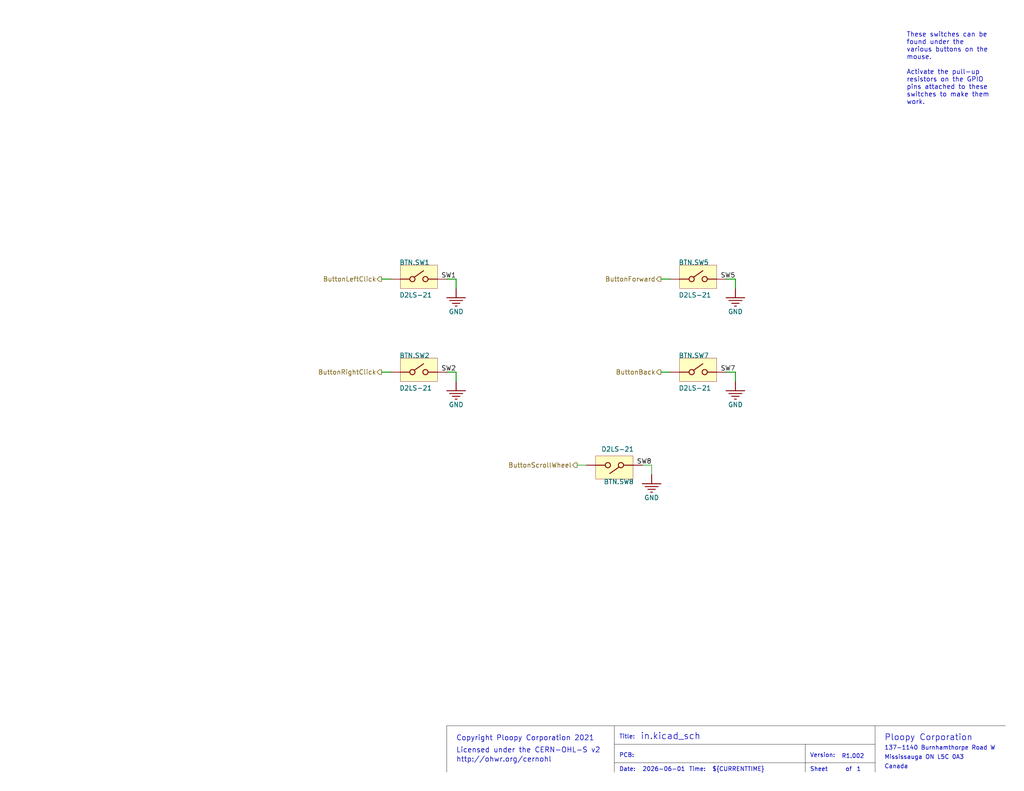
<source format=kicad_sch>
(kicad_sch (version 20231120) (generator "eeschema") (generator_version "8.0")
  (paper "USLetter")
  (title_block (rev "R1.002") (company "Ploopy Corporation"))
  (lib_symbols
    (symbol "Mini-altium-import:BTN_0_D2LS-21"
      (symbol "BTN_0_D2LS-21_1_0"
        (circle (center -1.778 0) (radius 0.703) (stroke (width 0.254)))
        (polyline (pts (xy -5.08 0) (xy -2.54 0)) (stroke (width 0.254)))
        (polyline (pts (xy -1.27 0.508) (xy 1.27 2.286)) (stroke (width 0.254)))
        (polyline (pts (xy 5.08 0) (xy 2.54 0)) (stroke (width 0.254)))
        (circle (center 1.778 0) (radius 0.703) (stroke (width 0.254)))
        (rectangle (start 5.08 3.81) (end -5.08 -2.54) (stroke (width 0.0254) (color 128 0 0 1)) (fill (type background)))
        (pin passive line (at -7.62 0 0) (length 2.54) (name "A") (number "A"))
        (pin passive line (at 7.62 0 180) (length 2.54) (name "B") (number "B"))
      )
    )
    (symbol "Mini-altium-import:GND_POWER_GROUND" (power)
      (property "Reference" "#PWR" (at 0 0 0))
      (property "Value" "GND" (at 0 6.35 0))
      (symbol "GND_POWER_GROUND_0_0"
        (polyline (pts (xy -2.54 -2.54) (xy 2.54 -2.54)) (stroke (width 0.254)))
        (polyline (pts (xy -1.778 -3.302) (xy 1.778 -3.302)) (stroke (width 0.254)))
        (polyline (pts (xy -1.016 -4.064) (xy 1.016 -4.064)) (stroke (width 0.254)))
        (polyline (pts (xy -0.254 -4.826) (xy 0.254 -4.826)) (stroke (width 0.254)))
        (polyline (pts (xy 0 0) (xy 0 -2.54)) (stroke (width 0.254)))
        (pin power_in line (at 0 0 0) (length 0) hide (name "GND") (number ""))
      )
    )
  )
  (wire (pts (xy 180.34 76.2) (xy 182.88 76.2)) (stroke (width 0.254)))
  (polyline (pts (xy 219.71 203.2) (xy 219.71 210.82)) (stroke (width 0.0254) (type solid) (color 0 0 0 1)))
  (wire (pts (xy 198.12 76.2) (xy 200.66 76.2)) (stroke (width 0.254)))
  (wire (pts (xy 198.12 101.6) (xy 200.66 101.6)) (stroke (width 0.254)))
  (polyline (pts (xy 167.64 203.2) (xy 238.76 203.2)) (stroke (width 0.0254) (type solid) (color 0 0 0 1)))
  (polyline (pts (xy 274.32 198.12) (xy 167.64 198.12)) (stroke (width 0.0254) (type solid) (color 0 0 0 1)))
  (wire (pts (xy 177.8 127) (xy 175.26 127)))
  (wire (pts (xy 121.92 101.6) (xy 124.46 101.6)) (stroke (width 0.254)))
  (wire (pts (xy 104.14 101.6) (xy 106.68 101.6)) (stroke (width 0.254)))
  (wire (pts (xy 124.46 101.6) (xy 124.46 104.14)) (stroke (width 0.254)))
  (polyline (pts (xy 167.64 198.12) (xy 167.64 210.82)) (stroke (width 0.0254) (type solid) (color 0 0 0 1)))
  (wire (pts (xy 121.92 76.2) (xy 124.46 76.2)) (stroke (width 0.254)))
  (wire (pts (xy 180.34 101.6) (xy 182.88 101.6)) (stroke (width 0.254)))
  (wire (pts (xy 104.14 76.2) (xy 106.68 76.2)) (stroke (width 0.254)))
  (wire (pts (xy 177.8 129.54) (xy 177.8 127)))
  (wire (pts (xy 124.46 76.2) (xy 124.46 78.74)) (stroke (width 0.254)))
  (polyline (pts (xy 167.64 198.12) (xy 121.92 198.12)) (stroke (width 0.0254) (type solid) (color 0 0 0 1)))
  (wire (pts (xy 200.66 101.6) (xy 200.66 104.14)) (stroke (width 0.254)))
  (wire (pts (xy 157.48 127) (xy 160.02 127)))
  (polyline (pts (xy 121.92 198.12) (xy 121.92 210.82)) (stroke (width 0.0254) (type solid) (color 0 0 0 1)))
  (polyline (pts (xy 167.64 208.28) (xy 238.76 208.28)) (stroke (width 0.0254) (type solid) (color 0 0 0 1)))
  (polyline (pts (xy 238.76 198.12) (xy 238.76 210.82)) (stroke (width 0.0254) (type solid) (color 0 0 0 1)))
  (wire (pts (xy 200.66 76.2) (xy 200.66 78.74)) (stroke (width 0.254)))
  (text_box "These switches can be found under the various buttons on the mouse.\n\nActivate the pull-up resistors on the GPIO pins attached to these switches to make them work." (at 271.78 7.62 0) (size -25.4 50.8) (stroke (width -0.0001) (color 0 0 0 1)) (fill (type color) (color 255 255 255 1)) (effects (font (size 1.27 1.27)) (justify left top)))
  (text "Licensed under the CERN-OHL-S v2" (at 124.46 205.74 0) (effects (font (size 1.397 1.397)) (justify left bottom)))
  (text "Time:" (at 187.96 210.82 0) (effects (font (size 1.143 1.143)) (justify left bottom)))
  (text "${CURRENTTIME}" (at 194.31 210.82 0) (effects (font (size 1.143 1.143)) (justify left bottom)))
  (text "Ploopy Corporation" (at 241.3 202.438 0) (effects (font (size 1.651 1.651)) (justify left bottom)))
  (text "${PROJECTNAME}" (at 174.752 207.264 0) (effects (font (size 1.651 1.651)) (justify left bottom)))
  (text "${FILENAME}" (at 174.752 202.184 0) (effects (font (size 1.778 1.778)) (justify left bottom)))
  (text "137-1140 Burnhamthorpe Road W" (at 241.3 204.978 0) (effects (font (size 1.143 1.143)) (justify left bottom)))
  (text "${CURRENT_DATE}" (at 175.26 210.82 0) (effects (font (size 1.143 1.143)) (justify left bottom)))
  (text "Canada" (at 241.3 210.058 0) (effects (font (size 1.143 1.143)) (justify left bottom)))
  (text "Date:" (at 168.91 210.82 0) (effects (font (size 1.143 1.143)) (justify left bottom)))
  (text "Title:" (at 168.91 201.93 0) (effects (font (size 1.143 1.143)) (justify left bottom)))
  (text "${##}" (at 233.68 210.82 0) (effects (font (size 1.143 1.143)) (justify left bottom)))
  (text "http://ohwr.org/cernohl" (at 124.46 208.28 0) (effects (font (size 1.397 1.397)) (justify left bottom)))
  (text "Mississauga ON L5C 0A3" (at 241.3 207.518 0) (effects (font (size 1.143 1.143)) (justify left bottom)))
  (text "${#}" (at 226.822 210.82 0) (effects (font (size 1.143 1.143)) (justify left bottom)))
  (text "${REVISION}" (at 229.616 207.264 0) (effects (font (size 1.143 1.143)) (justify left bottom)))
  (text "Version:" (at 220.98 207.01 0) (effects (font (size 1.143 1.143)) (justify left bottom)))
  (text "PCB:" (at 168.91 207.01 0) (effects (font (size 1.143 1.143)) (justify left bottom)))
  (text "of" (at 230.632 210.82 0) (effects (font (size 1.143 1.143)) (justify left bottom)))
  (text "Copyright Ploopy Corporation 2021" (at 124.46 202.438 0) (effects (font (size 1.397 1.397)) (justify left bottom)))
  (text "Sheet" (at 220.98 210.82 0) (effects (font (size 1.143 1.143)) (justify left bottom)))
  (label "SW8" (at 177.8 127 180))
  (label "SW7" (at 200.66 101.6 180))
  (label "SW2" (at 124.46 101.6 180))
  (label "SW5" (at 200.66 76.2 180))
  (label "SW1" (at 124.46 76.2 180))
  (hierarchical_label "ButtonBack" (shape output) (at 180.34 101.6 180))
  (hierarchical_label "ButtonForward" (shape output) (at 180.34 76.2 180))
  (hierarchical_label "ButtonLeftClick" (shape output) (at 104.14 76.2 180))
  (hierarchical_label "ButtonRightClick" (shape output) (at 104.14 101.6 180))
  (hierarchical_label "ButtonScrollWheel" (shape output) (at 157.48 127 180))
  (symbol (lib_id "Mini-altium-import:GND_POWER_GROUND") (at 200.66 104.14 0) (unit 1)
    (property "Reference" "#PWR0102" (effects (hide yes)))
    (property "Value" "GND" (at 200.66 110.49 0))
  )
  (symbol (lib_id "Mini-altium-import:GND_POWER_GROUND") (at 200.66 78.74 0) (unit 1)
    (property "Reference" "#PWR0101" (effects (hide yes)))
    (property "Value" "GND" (at 200.66 85.09 0))
  )
  (symbol (lib_id "Mini-altium-import:BTN_0_D2LS-21") (at 167.64 127 180) (unit 1)
    (property "Reference" "BTN.SW8" (at 172.974 130.81 0) (effects (justify left bottom)))
    (property "Value" "D2LS-21" (at 172.974 121.92 0) (effects (justify left bottom)))
    (property "Footprint" "Switches.PcbLib:D2LS-21" (effects (hide yes)))
    (property "SUPPLIER 1" "Digi-Key" (effects (hide yes)))
    (property "SUPPLIER 2" "Mouser" (effects (hide yes)))
    (property "SUPPLIER PART NUMBER 1" "Z4378CT-ND" (effects (hide yes)))
    (property "SUPPLIER PART NUMBER 2" "653-D2LS-21" (effects (hide yes)))
  )
  (symbol (lib_id "Mini-altium-import:BTN_0_D2LS-21") (at 190.5 101.6 0) (unit 1)
    (property "Reference" "BTN.SW7" (at 185.166 97.79 0) (effects (justify left bottom)))
    (property "Value" "D2LS-21" (at 185.166 106.68 0) (effects (justify left bottom)))
    (property "Footprint" "Switches.PcbLib:D2LS-21" (effects (hide yes)))
    (property "SUPPLIER 1" "Digi-Key" (effects (hide yes)))
    (property "SUPPLIER 2" "Mouser" (effects (hide yes)))
    (property "SUPPLIER PART NUMBER 1" "Z4378CT-ND" (effects (hide yes)))
    (property "SUPPLIER PART NUMBER 2" "653-D2LS-21" (effects (hide yes)))
  )
  (symbol (lib_id "Mini-altium-import:BTN_0_D2LS-21") (at 114.3 101.6 0) (unit 1)
    (property "Reference" "BTN.SW2" (at 108.966 97.79 0) (effects (justify left bottom)))
    (property "Value" "D2LS-21" (at 108.966 106.68 0) (effects (justify left bottom)))
    (property "Footprint" "Switches.PcbLib:D2LS-21" (effects (hide yes)))
    (property "SUPPLIER 1" "Digi-Key" (effects (hide yes)))
    (property "SUPPLIER 2" "Mouser" (effects (hide yes)))
    (property "SUPPLIER PART NUMBER 1" "Z4378CT-ND" (effects (hide yes)))
    (property "SUPPLIER PART NUMBER 2" "653-D2LS-21" (effects (hide yes)))
  )
  (symbol (lib_id "Mini-altium-import:GND_POWER_GROUND") (at 124.46 78.74 0) (unit 1)
    (property "Reference" "#PWR0104" (effects (hide yes)))
    (property "Value" "GND" (at 124.46 85.09 0))
  )
  (symbol (lib_id "Mini-altium-import:BTN_0_D2LS-21") (at 114.3 76.2 0) (unit 1)
    (property "Reference" "BTN.SW1" (at 108.966 72.39 0) (effects (justify left bottom)))
    (property "Value" "D2LS-21" (at 108.966 81.28 0) (effects (justify left bottom)))
    (property "Footprint" "Switches.PcbLib:D2LS-21" (effects (hide yes)))
    (property "SUPPLIER 1" "Digi-Key" (effects (hide yes)))
    (property "SUPPLIER 2" "Mouser" (effects (hide yes)))
    (property "SUPPLIER PART NUMBER 1" "Z4378CT-ND" (effects (hide yes)))
    (property "SUPPLIER PART NUMBER 2" "653-D2LS-21" (effects (hide yes)))
  )
  (symbol (lib_id "Mini-altium-import:BTN_0_D2LS-21") (at 190.5 76.2 0) (unit 1)
    (property "Reference" "BTN.SW5" (at 185.166 72.39 0) (effects (justify left bottom)))
    (property "Value" "D2LS-21" (at 185.166 81.28 0) (effects (justify left bottom)))
    (property "Footprint" "Switches.PcbLib:D2LS-21" (effects (hide yes)))
    (property "SUPPLIER 1" "Digi-Key" (effects (hide yes)))
    (property "SUPPLIER 2" "Mouser" (effects (hide yes)))
    (property "SUPPLIER PART NUMBER 1" "Z4378CT-ND" (effects (hide yes)))
    (property "SUPPLIER PART NUMBER 2" "653-D2LS-21" (effects (hide yes)))
  )
  (symbol (lib_id "Mini-altium-import:GND_POWER_GROUND") (at 124.46 104.14 0) (unit 1)
    (property "Reference" "#PWR0105" (effects (hide yes)))
    (property "Value" "GND" (at 124.46 110.49 0))
  )
  (symbol (lib_id "Mini-altium-import:GND_POWER_GROUND") (at 177.8 129.54 0) (unit 1)
    (property "Reference" "#PWR0103" (effects (hide yes)))
    (property "Value" "GND" (at 177.8 135.89 0))
  )
)
</source>
